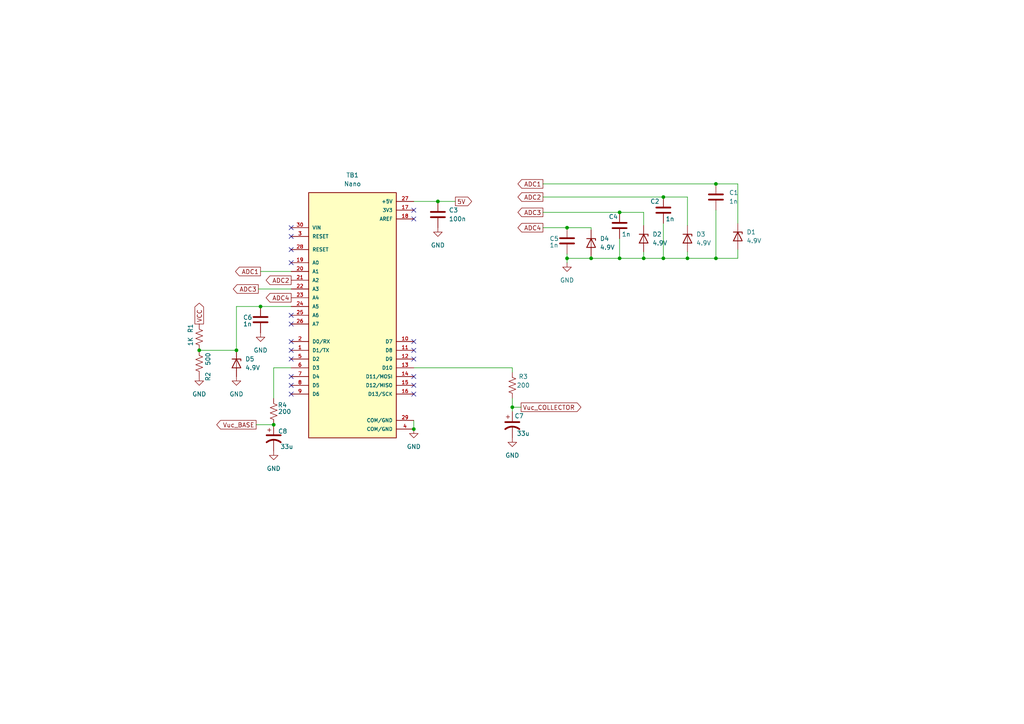
<source format=kicad_sch>
(kicad_sch (version 20211123) (generator eeschema)
  (paper "A4")
  (lib_symbols
    (symbol "Device:C" (pin_numbers hide) (pin_names (offset 0.254))
      (property "Reference" "C" (at 0.635 2.54 0))
      (property "Value" "C" (at 0.635 -2.54 0))
      (symbol "C_0_1"
        (polyline (pts (xy -2.032 -0.762) (xy 2.032 -0.762)) (stroke (width 0.508)))
        (polyline (pts (xy -2.032 0.762) (xy 2.032 0.762)) (stroke (width 0.508)))
      )
      (symbol "C_1_1"
        (pin passive line (at 0 3.81 270) (length 2.794) (name "~") (number "1"))
        (pin passive line (at 0 -3.81 90) (length 2.794) (name "~") (number "2"))
      )
    )
    (symbol "Device:C_Polarized_US" (pin_numbers hide) (pin_names (offset 0.254) hide)
      (property "Reference" "C" (at 0.635 2.54 0))
      (property "Value" "C_Polarized_US" (at 0.635 -2.54 0))
      (symbol "C_Polarized_US_0_1"
        (polyline (pts (xy -2.032 0.762) (xy 2.032 0.762)) (stroke (width 0.508)))
        (polyline (pts (xy -1.778 2.286) (xy -0.762 2.286)))
        (polyline (pts (xy -1.27 1.778) (xy -1.27 2.794)))
        (arc (start 2.032 -1.27) (mid 0 -0.5572) (end -2.032 -1.27) (stroke (width 0.508)))
      )
      (symbol "C_Polarized_US_1_1"
        (pin passive line (at 0 3.81 270) (length 2.794) (name "~") (number "1"))
        (pin passive line (at 0 -3.81 90) (length 3.302) (name "~") (number "2"))
      )
    )
    (symbol "Device:D_Zener" (pin_numbers hide) (pin_names (offset 1.016) hide)
      (property "Reference" "D" (at 0 2.54 0))
      (property "Value" "D_Zener" (at 0 -2.54 0))
      (symbol "D_Zener_0_1"
        (polyline (pts (xy 1.27 0) (xy -1.27 0)))
        (polyline (pts (xy -1.27 -1.27) (xy -1.27 1.27) (xy -0.762 1.27)) (stroke (width 0.254)))
        (polyline (pts (xy 1.27 -1.27) (xy 1.27 1.27) (xy -1.27 0) (xy 1.27 -1.27)) (stroke (width 0.254)))
      )
      (symbol "D_Zener_1_1"
        (pin passive line (at -3.81 0 0) (length 2.54) (name "K") (number "1"))
        (pin passive line (at 3.81 0 180) (length 2.54) (name "A") (number "2"))
      )
    )
    (symbol "Device:R_US" (pin_numbers hide) (pin_names (offset 0))
      (property "Reference" "R" (at 2.54 0 90))
      (property "Value" "R_US" (at -2.54 0 90))
      (symbol "R_US_0_1"
        (polyline (pts (xy 0 -2.286) (xy 0 -2.54)))
        (polyline (pts (xy 0 2.286) (xy 0 2.54)))
        (polyline (pts (xy 0 -0.762) (xy 1.016 -1.143) (xy 0 -1.524) (xy -1.016 -1.905) (xy 0 -2.286)))
        (polyline (pts (xy 0 0.762) (xy 1.016 0.381) (xy 0 0) (xy -1.016 -0.381) (xy 0 -0.762)))
        (polyline (pts (xy 0 2.286) (xy 1.016 1.905) (xy 0 1.524) (xy -1.016 1.143) (xy 0 0.762)))
      )
      (symbol "R_US_1_1"
        (pin passive line (at 0 3.81 270) (length 1.27) (name "~") (number "1"))
        (pin passive line (at 0 -3.81 90) (length 1.27) (name "~") (number "2"))
      )
    )
    (symbol "Microcontrollers:ARDUINO_NANO" (pin_names (offset 1.016))
      (property "Reference" "TB" (at -12.7 35.56 0))
      (property "Value" "ARDUINO_NANO" (at -12.7 -38.1 0))
      (symbol "ARDUINO_NANO_0_0"
        (rectangle (start -12.7 -35.56) (end 12.7 35.56) (stroke (width 0.254)) (fill (type background)))
        (pin bidirectional line (at -17.78 -10.16 0) (length 5.08) (name "D1/TX") (number "1"))
        (pin bidirectional line (at 17.78 -7.62 180) (length 5.08) (name "D7") (number "10"))
        (pin bidirectional line (at 17.78 -10.16 180) (length 5.08) (name "D8") (number "11"))
        (pin bidirectional line (at 17.78 -12.7 180) (length 5.08) (name "D9") (number "12"))
        (pin bidirectional line (at 17.78 -15.24 180) (length 5.08) (name "D10") (number "13"))
        (pin bidirectional line (at 17.78 -17.78 180) (length 5.08) (name "D11/MOSI") (number "14"))
        (pin bidirectional line (at 17.78 -20.32 180) (length 5.08) (name "D12/MISO") (number "15"))
        (pin bidirectional line (at 17.78 -22.86 180) (length 5.08) (name "D13/SCK") (number "16"))
        (pin power_in line (at 17.78 30.48 180) (length 5.08) (name "3V3") (number "17"))
        (pin power_in line (at 17.78 27.94 180) (length 5.08) (name "AREF") (number "18"))
        (pin input line (at -17.78 15.24 0) (length 5.08) (name "A0") (number "19"))
        (pin bidirectional line (at -17.78 -7.62 0) (length 5.08) (name "D0/RX") (number "2"))
        (pin input line (at -17.78 12.7 0) (length 5.08) (name "A1") (number "20"))
        (pin input line (at -17.78 10.16 0) (length 5.08) (name "A2") (number "21"))
        (pin input line (at -17.78 7.62 0) (length 5.08) (name "A3") (number "22"))
        (pin input line (at -17.78 5.08 0) (length 5.08) (name "A4") (number "23"))
        (pin input line (at -17.78 2.54 0) (length 5.08) (name "A5") (number "24"))
        (pin input line (at -17.78 0 0) (length 5.08) (name "A6") (number "25"))
        (pin input line (at -17.78 -2.54 0) (length 5.08) (name "A7") (number "26"))
        (pin power_in line (at 17.78 33.02 180) (length 5.08) (name "+5V") (number "27"))
        (pin input line (at -17.78 19.05 0) (length 5.08) (name "RESET") (number "28"))
        (pin power_in line (at 17.78 -30.48 180) (length 5.08) (name "COM/GND") (number "29"))
        (pin input line (at -17.78 22.86 0) (length 5.08) (name "RESET") (number "3"))
        (pin input line (at -17.78 25.4 0) (length 5.08) (name "VIN") (number "30"))
        (pin power_in line (at 17.78 -33.02 180) (length 5.08) (name "COM/GND") (number "4"))
        (pin bidirectional line (at -17.78 -12.7 0) (length 5.08) (name "D2") (number "5"))
        (pin bidirectional line (at -17.78 -15.24 0) (length 5.08) (name "D3") (number "6"))
        (pin bidirectional line (at -17.78 -17.78 0) (length 5.08) (name "D4") (number "7"))
        (pin bidirectional line (at -17.78 -20.32 0) (length 5.08) (name "D5") (number "8"))
        (pin bidirectional line (at -17.78 -22.86 0) (length 5.08) (name "D6") (number "9"))
      )
    )
    (symbol "power:GND" (power) (pin_names (offset 0))
      (property "Value" "GND" (at 0 -3.81 0))
      (symbol "GND_0_1"
        (polyline (pts (xy 0 0) (xy 0 -1.27) (xy 1.27 -1.27) (xy 0 -2.54) (xy -1.27 -1.27) (xy 0 -1.27)))
      )
      (symbol "GND_1_1"
        (pin power_in line (at 0 0 270) (length 0) hide (name "GND") (number "1"))
      )
    )
  )
  (junction (at 120.015 124.46))
  (junction (at 57.785 101.6))
  (junction (at 186.69 74.93))
  (junction (at 179.705 74.93))
  (junction (at 207.645 74.93))
  (junction (at 164.465 74.93))
  (junction (at 171.45 74.93))
  (junction (at 148.59 118.11))
  (junction (at 75.565 88.9))
  (junction (at 199.39 74.93))
  (junction (at 179.705 61.595))
  (junction (at 192.405 74.93))
  (junction (at 68.58 101.6))
  (junction (at 127 58.42))
  (junction (at 79.375 123.19))
  (junction (at 192.405 57.15))
  (junction (at 207.645 53.34))
  (junction (at 164.465 66.04))
  (no_connect (at 84.455 72.39))
  (no_connect (at 120.015 101.6))
  (no_connect (at 120.015 99.06))
  (no_connect (at 84.455 99.06))
  (no_connect (at 120.015 63.5))
  (no_connect (at 84.455 101.6))
  (no_connect (at 84.455 104.14))
  (no_connect (at 84.455 76.2))
  (no_connect (at 120.015 104.14))
  (no_connect (at 84.455 68.58))
  (no_connect (at 120.015 60.96))
  (no_connect (at 84.455 114.3))
  (no_connect (at 120.015 109.22))
  (no_connect (at 84.455 109.22))
  (no_connect (at 120.015 114.3))
  (no_connect (at 84.455 111.76))
  (no_connect (at 84.455 66.04))
  (no_connect (at 84.455 91.44))
  (no_connect (at 84.455 93.98))
  (no_connect (at 120.015 111.76))
  (wire (pts (xy 157.48 57.15) (xy 192.405 57.15)))
  (wire (pts (xy 199.39 74.93) (xy 207.645 74.93)))
  (wire (pts (xy 57.785 101.6) (xy 68.58 101.6)))
  (wire (pts (xy 213.995 53.34) (xy 207.645 53.34)))
  (wire (pts (xy 186.69 74.93) (xy 192.405 74.93)))
  (wire (pts (xy 75.565 88.9) (xy 68.58 88.9)))
  (wire (pts (xy 171.45 66.04) (xy 171.45 66.675)))
  (wire (pts (xy 75.565 78.74) (xy 84.455 78.74)))
  (wire (pts (xy 164.465 74.93) (xy 164.465 73.66)))
  (wire (pts (xy 192.405 64.77) (xy 192.405 74.93)))
  (wire (pts (xy 199.39 73.025) (xy 199.39 74.93)))
  (wire (pts (xy 171.45 74.295) (xy 171.45 74.93)))
  (wire (pts (xy 157.48 61.595) (xy 179.705 61.595)))
  (wire (pts (xy 127 58.42) (xy 132.08 58.42)))
  (wire (pts (xy 213.995 64.77) (xy 213.995 53.34)))
  (wire (pts (xy 213.995 72.39) (xy 213.995 74.93)))
  (wire (pts (xy 199.39 57.15) (xy 192.405 57.15)))
  (wire (pts (xy 186.69 73.025) (xy 186.69 74.93)))
  (wire (pts (xy 148.59 119.38) (xy 148.59 118.11)))
  (wire (pts (xy 207.645 60.96) (xy 207.645 74.93)))
  (wire (pts (xy 171.45 74.93) (xy 179.705 74.93)))
  (wire (pts (xy 120.015 121.92) (xy 120.015 124.46)))
  (wire (pts (xy 120.015 58.42) (xy 127 58.42)))
  (wire (pts (xy 164.465 74.93) (xy 171.45 74.93)))
  (wire (pts (xy 151.13 118.11) (xy 148.59 118.11)))
  (wire (pts (xy 79.375 106.68) (xy 84.455 106.68)))
  (wire (pts (xy 164.465 76.2) (xy 164.465 74.93)))
  (wire (pts (xy 120.015 106.68) (xy 148.59 106.68)))
  (wire (pts (xy 186.69 65.405) (xy 186.69 61.595)))
  (wire (pts (xy 148.59 107.95) (xy 148.59 106.68)))
  (wire (pts (xy 179.705 74.93) (xy 186.69 74.93)))
  (wire (pts (xy 79.375 115.57) (xy 79.375 106.68)))
  (wire (pts (xy 186.69 61.595) (xy 179.705 61.595)))
  (wire (pts (xy 68.58 88.9) (xy 68.58 101.6)))
  (wire (pts (xy 199.39 65.405) (xy 199.39 57.15)))
  (wire (pts (xy 84.455 88.9) (xy 75.565 88.9)))
  (wire (pts (xy 179.705 69.215) (xy 179.705 74.93)))
  (wire (pts (xy 157.48 53.34) (xy 207.645 53.34)))
  (wire (pts (xy 164.465 66.04) (xy 171.45 66.04)))
  (wire (pts (xy 199.39 74.93) (xy 192.405 74.93)))
  (wire (pts (xy 157.48 66.04) (xy 164.465 66.04)))
  (wire (pts (xy 74.93 83.82) (xy 84.455 83.82)))
  (wire (pts (xy 74.295 123.19) (xy 79.375 123.19)))
  (wire (pts (xy 148.59 118.11) (xy 148.59 115.57)))
  (wire (pts (xy 207.645 74.93) (xy 213.995 74.93)))
  (global_label "ADC2" (shape output) (at 84.455 81.28 180) (property "Intersheet References" "${INTERSHEET_REFS}" (effects hide)))
  (global_label "ADC1" (shape output) (at 157.48 53.34 180) (property "Intersheet References" "${INTERSHEET_REFS}" (effects hide)))
  (global_label "ADC1" (shape output) (at 75.565 78.74 180) (property "Intersheet References" "${INTERSHEET_REFS}" (effects hide)))
  (global_label "Vuc_COLLECTOR" (shape output) (at 151.13 118.11 0) (property "Intersheet References" "${INTERSHEET_REFS}" (effects hide)))
  (global_label "5V" (shape output) (at 132.08 58.42 0) (property "Intersheet References" "${INTERSHEET_REFS}" (effects hide)))
  (global_label "ADC4" (shape output) (at 84.455 86.36 180) (property "Intersheet References" "${INTERSHEET_REFS}" (effects hide)))
  (global_label "ADC3" (shape output) (at 157.48 61.595 180) (property "Intersheet References" "${INTERSHEET_REFS}" (effects hide)))
  (global_label "VCC" (shape output) (at 57.785 93.98 90) (property "Intersheet References" "${INTERSHEET_REFS}" (effects hide)))
  (global_label "ADC4" (shape output) (at 157.48 66.04 180) (property "Intersheet References" "${INTERSHEET_REFS}" (effects hide)))
  (global_label "ADC2" (shape output) (at 157.48 57.15 180) (property "Intersheet References" "${INTERSHEET_REFS}" (effects hide)))
  (global_label "ADC3" (shape output) (at 74.93 83.82 180) (property "Intersheet References" "${INTERSHEET_REFS}" (effects hide)))
  (global_label "Vuc_BASE" (shape output) (at 74.295 123.19 180) (property "Intersheet References" "${INTERSHEET_REFS}" (effects hide)))
  (symbol (lib_id "Microcontrollers:ARDUINO_NANO") (at 102.235 91.44 0) (unit 1)
    (property "Reference" "TB1" (at 102.235 50.8 0))
    (property "Value" "Nano" (at 102.235 53.34 0))
    (property "Footprint" "Microcontrollers:SHIELD_ARDUINO_NANO" (effects hide))
    (property "STANDARD" "Manufacturer Recommendations" (effects hide))
    (property "MANUFACTURER" "ARDUINO" (effects hide))
  )
  (symbol (lib_id "power:GND") (at 120.015 124.46 0) (unit 1)
    (property "Reference" "#PWR06" (effects hide))
    (property "Value" "GND" (at 120.015 129.54 0))
  )
  (symbol (lib_id "power:GND") (at 164.465 76.2 0) (unit 1)
    (property "Reference" "#PWR02" (effects hide))
    (property "Value" "GND" (at 164.465 81.28 0))
  )
  (symbol (lib_id "Device:C") (at 207.645 57.15 0) (unit 1)
    (property "Reference" "C1" (at 211.455 55.8799 0) (effects (justify left)))
    (property "Value" "1n" (at 211.455 58.4199 0) (effects (justify left)))
    (property "Footprint" "Capacitor_SMD:C_1206_3216Metric" (effects hide))
  )
  (symbol (lib_id "power:GND") (at 127 66.04 0) (unit 1)
    (property "Reference" "#PWR01" (effects hide))
    (property "Value" "GND" (at 127 71.12 0))
  )
  (symbol (lib_id "Device:D_Zener") (at 171.45 70.485 270) (unit 1)
    (property "Reference" "D4" (at 173.99 69.2149 90) (effects (justify left)))
    (property "Value" "4.9V" (at 173.99 71.7549 90) (effects (justify left)))
    (property "Footprint" "Diode_SMD:D_SOD-323" (effects hide))
  )
  (symbol (lib_id "Device:D_Zener") (at 199.39 69.215 270) (unit 1)
    (property "Reference" "D3" (at 201.93 67.9449 90) (effects (justify left)))
    (property "Value" "4.9V" (at 201.93 70.4849 90) (effects (justify left)))
    (property "Footprint" "Diode_SMD:D_SOD-323" (effects hide))
  )
  (symbol (lib_id "Device:C_Polarized_US") (at 79.375 127 0) (unit 1)
    (property "Reference" "C8" (at 80.645 125.095 0) (effects (justify left)))
    (property "Value" "33u" (at 81.28 129.54 0) (effects (justify left)))
    (property "Footprint" "Capacitor_THT:CP_Radial_D8.0mm_P2.50mm" (effects hide))
  )
  (symbol (lib_id "power:GND") (at 68.58 109.22 0) (unit 1)
    (property "Reference" "#PWR05" (effects hide))
    (property "Value" "GND" (at 68.58 114.3 0))
  )
  (symbol (lib_id "Device:C") (at 75.565 92.71 0) (unit 1)
    (property "Reference" "C6" (at 70.485 92.075 0) (effects (justify left)))
    (property "Value" "1n" (at 70.485 93.98 0) (effects (justify left)))
    (property "Footprint" "Capacitor_SMD:C_1206_3216Metric" (effects hide))
  )
  (symbol (lib_id "Device:R_US") (at 148.59 111.76 180) (unit 1)
    (property "Reference" "R3" (at 151.765 109.22 0))
    (property "Value" "200" (at 151.765 111.76 0))
    (property "Footprint" "Resistor_SMD:R_1206_3216Metric" (effects hide))
  )
  (symbol (lib_id "power:GND") (at 57.785 109.22 0) (unit 1)
    (property "Reference" "#PWR04" (effects hide))
    (property "Value" "GND" (at 57.785 114.3 0))
  )
  (symbol (lib_id "power:GND") (at 79.375 130.81 0) (unit 1)
    (property "Reference" "#PWR08" (effects hide))
    (property "Value" "GND" (at 79.375 135.89 0))
  )
  (symbol (lib_id "Device:C") (at 164.465 69.85 0) (unit 1)
    (property "Reference" "C5" (at 159.385 69.215 0) (effects (justify left)))
    (property "Value" "1n" (at 159.385 71.12 0) (effects (justify left)))
    (property "Footprint" "Capacitor_SMD:C_1206_3216Metric" (effects hide))
  )
  (symbol (lib_id "Device:R_US") (at 57.785 105.41 0) (unit 1)
    (property "Reference" "R2" (at 60.325 109.22 90))
    (property "Value" "500" (at 60.325 104.14 90))
    (property "Footprint" "Resistor_SMD:R_1206_3216Metric" (effects hide))
  )
  (symbol (lib_id "power:GND") (at 148.59 127 0) (unit 1)
    (property "Reference" "#PWR07" (effects hide))
    (property "Value" "GND" (at 148.59 132.08 0))
  )
  (symbol (lib_id "Device:D_Zener") (at 186.69 69.215 270) (unit 1)
    (property "Reference" "D2" (at 189.23 67.9449 90) (effects (justify left)))
    (property "Value" "4.9V" (at 189.23 70.4849 90) (effects (justify left)))
    (property "Footprint" "Diode_SMD:D_SOD-323" (effects hide))
  )
  (symbol (lib_id "Device:C") (at 192.405 60.96 0) (unit 1)
    (property "Reference" "C2" (at 188.595 58.42 0) (effects (justify left)))
    (property "Value" "1n" (at 193.04 63.5 0) (effects (justify left)))
    (property "Footprint" "Capacitor_SMD:C_1206_3216Metric" (effects hide))
  )
  (symbol (lib_id "Device:R_US") (at 79.375 119.38 180) (unit 1)
    (property "Reference" "R4" (at 81.915 117.475 0))
    (property "Value" "200" (at 82.55 119.38 0))
    (property "Footprint" "Resistor_SMD:R_1206_3216Metric" (effects hide))
  )
  (symbol (lib_id "Device:R_US") (at 57.785 97.79 180) (unit 1)
    (property "Reference" "R1" (at 55.245 95.25 90))
    (property "Value" "1K" (at 55.245 99.06 90))
    (property "Footprint" "Resistor_SMD:R_1206_3216Metric" (effects hide))
  )
  (symbol (lib_id "Device:C") (at 179.705 65.405 0) (unit 1)
    (property "Reference" "C4" (at 176.53 62.865 0) (effects (justify left)))
    (property "Value" "1n" (at 180.34 67.945 0) (effects (justify left)))
    (property "Footprint" "Capacitor_SMD:C_1206_3216Metric" (effects hide))
  )
  (symbol (lib_id "power:GND") (at 75.565 96.52 0) (unit 1)
    (property "Reference" "#PWR03" (effects hide))
    (property "Value" "GND" (at 75.565 101.6 0))
  )
  (symbol (lib_id "Device:D_Zener") (at 213.995 68.58 270) (unit 1)
    (property "Reference" "D1" (at 216.535 67.3099 90) (effects (justify left)))
    (property "Value" "4.9V" (at 216.535 69.8499 90) (effects (justify left)))
    (property "Footprint" "Diode_SMD:D_SOD-323" (effects hide))
  )
  (symbol (lib_id "Device:C_Polarized_US") (at 148.59 123.19 0) (unit 1)
    (property "Reference" "C7" (at 149.225 120.65 0) (effects (justify left)))
    (property "Value" "33u" (at 149.86 125.73 0) (effects (justify left)))
    (property "Footprint" "Capacitor_THT:CP_Radial_D8.0mm_P2.50mm" (effects hide))
  )
  (symbol (lib_id "Device:D_Zener") (at 68.58 105.41 270) (unit 1)
    (property "Reference" "D5" (at 71.12 104.1399 90) (effects (justify left)))
    (property "Value" "4.9V" (at 71.12 106.6799 90) (effects (justify left)))
    (property "Footprint" "Diode_SMD:D_SOD-323" (effects hide))
  )
  (symbol (lib_id "Device:C") (at 127 62.23 0) (unit 1)
    (property "Reference" "C3" (at 130.175 60.9599 0) (effects (justify left)))
    (property "Value" "100n" (at 130.175 63.4999 0) (effects (justify left)))
    (property "Footprint" "Capacitor_SMD:C_1206_3216Metric" (effects hide))
  )
)
</source>
